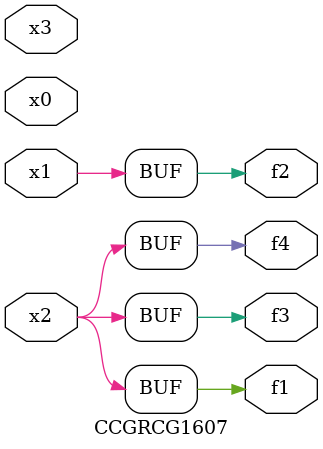
<source format=v>
module CCGRCG1607(
	input x0, x1, x2, x3,
	output f1, f2, f3, f4
);
	assign f1 = x2;
	assign f2 = x1;
	assign f3 = x2;
	assign f4 = x2;
endmodule

</source>
